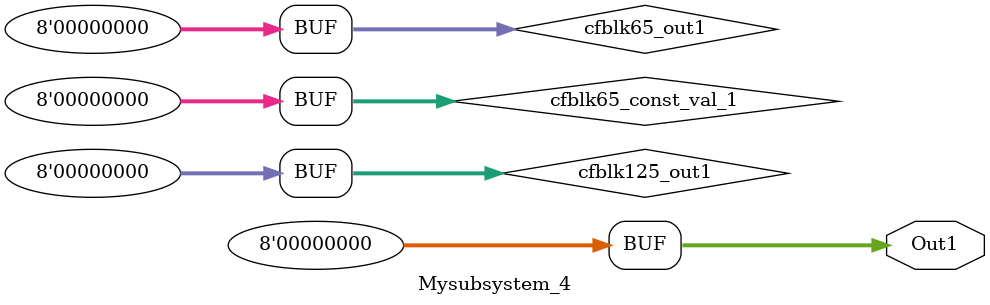
<source format=v>



`timescale 1 ns / 1 ns

module Mysubsystem_4
          (Out1);


  output  [7:0] Out1;  // uint8


  wire [7:0] cfblk125_out1;  // uint8
  wire [7:0] cfblk65_const_val_1;  // uint8
  wire [7:0] cfblk65_out1;  // uint8


  assign cfblk125_out1 = 8'b00000000;



  assign cfblk65_const_val_1 = 8'b00000000;



  assign cfblk65_out1 = cfblk125_out1 + cfblk65_const_val_1;



  assign Out1 = cfblk65_out1;

endmodule  // Mysubsystem_4


</source>
